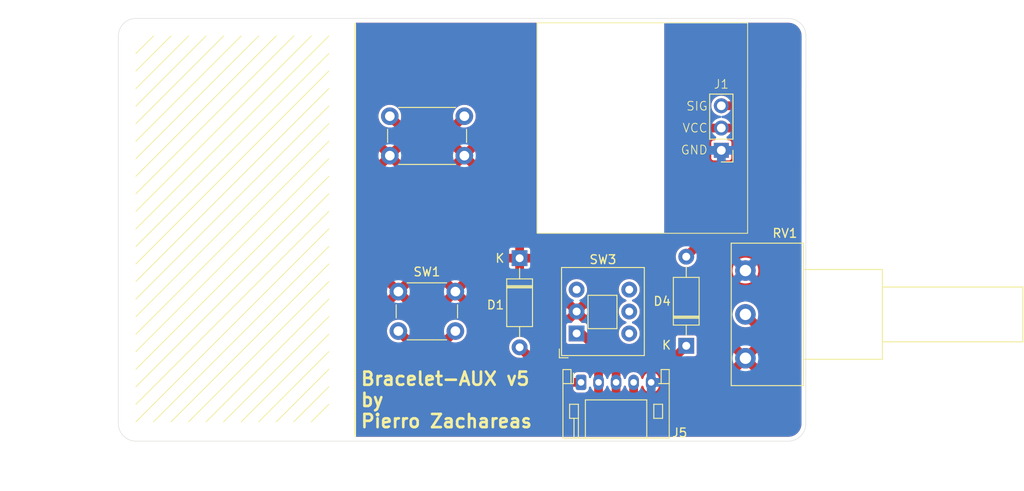
<source format=kicad_pcb>
(kicad_pcb (version 20241229) (generator "pcbnew") (generator_version "9.0")
  (layers (0 "F.Cu" signal) (2 "B.Cu" signal) (13 "F.Paste" user) (15 "B.Paste" user) (5 "F.SilkS" user "F.Silkscreen") (7 "B.SilkS" user "B.Silkscreen") (1 "F.Mask" user) (3 "B.Mask" user) (25 "Edge.Cuts" user))
  (net 0 "")
  (net 1 "AUX_DETECT")
  (net 2 "AUX_ANALOG")
  (net 3 "GND")
  (net 4 "Net-(D1-A)")
  (net 5 "Net-(D4-A)")
  (net 6 "AUX_DIGITAL")
  (footprint "Diode_THT:D_A-405_P10.16mm_Horizontal" (layer "F.Cu") (at 123.75 93.34 -90)
    (property "Reference" "D1" (at 5.33 2.75 180) (layer "F.SilkS"))
    (property "Value" "1N581")
    (fp_line (start 2.36 1.47) (end 7.8 1.47) (stroke (width 0.12)) (layer "F.SilkS"))
    (fp_line (start 7.8 1.47) (end 7.8 -1.47) (stroke (width 0.12)) (layer "F.SilkS"))
    (fp_line (start 1.14 0) (end 2.36 0) (stroke (width 0.12)) (layer "F.SilkS"))
    (fp_line (start 9.02 0) (end 7.8 0) (stroke (width 0.12)) (layer "F.SilkS"))
    (fp_line (start 2.36 -1.47) (end 2.36 1.47) (stroke (width 0.12)) (layer "F.SilkS"))
    (fp_line (start 3.14 -1.47) (end 3.14 1.47) (stroke (width 0.12)) (layer "F.SilkS"))
    (fp_line (start 3.26 -1.47) (end 3.26 1.47) (stroke (width 0.12)) (layer "F.SilkS"))
    (fp_line (start 3.38 -1.47) (end 3.38 1.47) (stroke (width 0.12)) (layer "F.SilkS"))
    (fp_line (start 7.8 -1.47) (end 2.36 -1.47) (stroke (width 0.12)) (layer "F.SilkS"))
    (fp_text user "K" (at 0.01 2.25 180) (layer "F.SilkS"))
    (pad "1" thru_hole rect (at 0 0 270) (size 1.8 1.8) (drill 0.9) (layers "*.Cu" "*.Mask") (net 1 "AUX_DETECT"))
    (pad "2" thru_hole oval (at 10.16 0 270) (size 1.8 1.8) (drill 0.9) (layers "*.Cu" "*.Mask") (net 4 "Net-(D1-A)"))
  )
  (footprint "Button_Membrane_THT:SW_PUSH_8.5mm" (layer "F.Cu") (at 108.95 77.15)
    (property "Reference" "SW2" (hide yes))
    (property "Value" "Membrane" (hide yes))
    (fp_line (start -0.25 1.5) (end -0.25 3) (stroke (width 0.12)) (layer "F.SilkS"))
    (fp_line (start 1 5.5) (end 7.5 5.5) (stroke (width 0.12)) (layer "F.SilkS"))
    (fp_line (start 7.5 -1) (end 1 -1) (stroke (width 0.12)) (layer "F.SilkS"))
    (fp_line (start 8.75 3) (end 8.75 1.5) (stroke (width 0.12)) (layer "F.SilkS"))
    (pad "1" thru_hole circle (at 0 0 90) (size 2 2) (drill 1.1) (layers "*.Cu" "*.Mask") (net 6 "AUX_DIGITAL"))
    (pad "1" thru_hole circle (at 8.5 0 90) (size 2 2) (drill 1.1) (layers "*.Cu" "*.Mask") (net 6 "AUX_DIGITAL"))
    (pad "2" thru_hole circle (at 0 4.5 90) (size 2 2) (drill 1.1) (layers "*.Cu" "*.Mask") (net 1 "AUX_DETECT"))
    (pad "2" thru_hole circle (at 8.5 4.5 90) (size 2 2) (drill 1.1) (layers "*.Cu" "*.Mask") (net 1 "AUX_DETECT"))
  )
  (footprint "Connector_JST:JST_PH_S5B-PH-K_1x05_P2.00mm_Horizontal" (layer "F.Cu") (at 130.75 107.5)
    (property "Reference" "J5" (at 11.25 5.75 0) (layer "F.SilkS"))
    (property "Value" "Conn_01x05_Socket")
    (fp_line (start -2.06 -1.46) (end -2.06 6.36) (stroke (width 0.12)) (layer "F.SilkS"))
    (fp_line (start -2.06 0.14) (end -1.14 0.14) (stroke (width 0.12)) (layer "F.SilkS"))
    (fp_line (start -2.06 6.36) (end 10.06 6.36) (stroke (width 0.12)) (layer "F.SilkS"))
    (fp_line (start -1.3 2.5) (end -1.3 4.1) (stroke (width 0.12)) (layer "F.SilkS"))
    (fp_line (start -1.3 4.1) (end -0.3 4.1) (stroke (width 0.12)) (layer "F.SilkS"))
    (fp_line (start -1.14 -1.46) (end -2.06 -1.46) (stroke (width 0.12)) (layer "F.SilkS"))
    (fp_line (start -1.14 0.14) (end -1.14 -1.46) (stroke (width 0.12)) (layer "F.SilkS"))
    (fp_line (start -0.86 0.14) (end -1.14 0.14) (stroke (width 0.12)) (layer "F.SilkS"))
    (fp_line (start -0.86 0.14) (end -0.86 -1.075) (stroke (width 0.12)) (layer "F.SilkS"))
    (fp_line (start -0.8 4.1) (end -0.8 6.36) (stroke (width 0.12)) (layer "F.SilkS"))
    (fp_line (start -0.3 2.5) (end -1.3 2.5) (stroke (width 0.12)) (layer "F.SilkS"))
    (fp_line (start -0.3 4.1) (end -0.3 2.5) (stroke (width 0.12)) (layer "F.SilkS"))
    (fp_line (start -0.3 4.1) (end -0.3 6.36) (stroke (width 0.12)) (layer "F.SilkS"))
    (fp_line (start 0.5 2) (end 7.5 2) (stroke (width 0.12)) (layer "F.SilkS"))
    (fp_line (start 0.5 6.36) (end 0.5 2) (stroke (width 0.12)) (layer "F.SilkS"))
    (fp_line (start 7.5 2) (end 7.5 6.36) (stroke (width 0.12)) (layer "F.SilkS"))
    (fp_line (start 8.3 2.5) (end 9.3 2.5) (stroke (width 0.12)) (layer "F.SilkS"))
    (fp_line (start 8.3 4.1) (end 8.3 2.5) (stroke (width 0.12)) (layer "F.SilkS"))
    (fp_line (start 9.14 -1.46) (end 9.14 0.14) (stroke (width 0.12)) (layer "F.SilkS"))
    (fp_line (start 9.14 0.14) (end 8.86 0.14) (stroke (width 0.12)) (layer "F.SilkS"))
    (fp_line (start 9.3 2.5) (end 9.3 4.1) (stroke (width 0.12)) (layer "F.SilkS"))
    (fp_line (start 9.3 4.1) (end 8.3 4.1) (stroke (width 0.12)) (layer "F.SilkS"))
    (fp_line (start 10.06 -1.46) (end 9.14 -1.46) (stroke (width 0.12)) (layer "F.SilkS"))
    (fp_line (start 10.06 0.14) (end 9.14 0.14) (stroke (width 0.12)) (layer "F.SilkS"))
    (fp_line (start 10.06 6.36) (end 10.06 -1.46) (stroke (width 0.12)) (layer "F.SilkS"))
    (pad "1" thru_hole roundrect (at 0 0) (size 1.2 1.75) (drill 0.75) (layers "*.Cu" "*.Mask") (roundrect_rratio 0.208333) (net 4 "Net-(D1-A)"))
    (pad "2" thru_hole oval (at 2 0) (size 1.2 1.75) (drill 0.75) (layers "*.Cu" "*.Mask") (net 1 "AUX_DETECT"))
    (pad "3" thru_hole oval (at 4 0) (size 1.2 1.75) (drill 0.75) (layers "*.Cu" "*.Mask") (net 6 "AUX_DIGITAL"))
    (pad "4" thru_hole oval (at 6 0) (size 1.2 1.75) (drill 0.75) (layers "*.Cu" "*.Mask") (net 2 "AUX_ANALOG"))
    (pad "5" thru_hole oval (at 8 0) (size 1.2 1.75) (drill 0.75) (layers "*.Cu" "*.Mask") (net 3 "GND"))
  )
  (footprint "Button_Switch_THT:SW_Push_2P2T_Toggle_CK_PVA2OAH5xxxxxxV2" (layer "F.Cu") (at 130.25 101.9225 90)
    (property "Reference" "SW3" (at 8.4225 3 180) (layer "F.SilkS"))
    (property "Value" "Toggle")
    (fp_line (start -1.77 -1.97) (end -2.77 -1.97) (stroke (width 0.12)) (layer "F.SilkS"))
    (fp_line (start 7.52 -1.72) (end -2.52 -1.72) (stroke (width 0.12)) (layer "F.SilkS"))
    (fp_line (start -2.77 -0.97) (end -2.77 -1.97) (stroke (width 0.12)) (layer "F.SilkS"))
    (fp_line (start 4.35 1.3) (end 0.55 1.3) (stroke (width 0.12)) (layer "F.SilkS"))
    (fp_line (start 4.35 1.3) (end 4.35 4.6) (stroke (width 0.12)) (layer "F.SilkS"))
    (fp_line (start 0.55 1.3) (end 0.55 4.6) (stroke (width 0.12)) (layer "F.SilkS"))
    (fp_line (start 4.35 4.6) (end 0.55 4.6) (stroke (width 0.12)) (layer "F.SilkS"))
    (fp_line (start 7.52 7.72) (end 7.52 -1.72) (stroke (width 0.12)) (layer "F.SilkS"))
    (fp_line (start 7.52 7.72) (end -2.52 7.72) (stroke (width 0.12)) (layer "F.SilkS"))
    (fp_line (start -2.52 7.72) (end -2.52 -1.72) (stroke (width 0.12)) (layer "F.SilkS"))
    (pad "1" thru_hole rect (at 0 0 90) (size 1.8 1.8) (drill 0.9) (layers "*.Cu" "*.Mask") (net 6 "AUX_DIGITAL"))
    (pad "2" thru_hole circle (at 2.5 0 90) (size 1.8 1.8) (drill 0.9) (layers "*.Cu" "*.Mask") (net 1 "AUX_DETECT"))
    (pad "3" thru_hole circle (at 5 0 90) (size 1.8 1.8) (drill 0.9) (layers "*.Cu" "*.Mask"))
    (pad "4" thru_hole circle (at 0 6 90) (size 1.8 1.8) (drill 0.9) (layers "*.Cu" "*.Mask"))
    (pad "5" thru_hole circle (at 2.5 6 90) (size 1.8 1.8) (drill 0.9) (layers "*.Cu" "*.Mask"))
    (pad "6" thru_hole circle (at 5 6 90) (size 1.8 1.8) (drill 0.9) (layers "*.Cu" "*.Mask"))
  )
  (footprint "Diode_THT:D_A-405_P10.16mm_Horizontal" (layer "F.Cu") (at 142.75 103.33 90)
    (property "Reference" "D4" (at 5.08 -2.75 180) (layer "F.SilkS"))
    (property "Value" "1N581")
    (fp_line (start 7.8 -1.47) (end 2.36 -1.47) (stroke (width 0.12)) (layer "F.SilkS"))
    (fp_line (start 3.38 -1.47) (end 3.38 1.47) (stroke (width 0.12)) (layer "F.SilkS"))
    (fp_line (start 3.26 -1.47) (end 3.26 1.47) (stroke (width 0.12)) (layer "F.SilkS"))
    (fp_line (start 3.14 -1.47) (end 3.14 1.47) (stroke (width 0.12)) (layer "F.SilkS"))
    (fp_line (start 2.36 -1.47) (end 2.36 1.47) (stroke (width 0.12)) (layer "F.SilkS"))
    (fp_line (start 9.02 0) (end 7.8 0) (stroke (width 0.12)) (layer "F.SilkS"))
    (fp_line (start 1.14 0) (end 2.36 0) (stroke (width 0.12)) (layer "F.SilkS"))
    (fp_line (start 7.8 1.47) (end 7.8 -1.47) (stroke (width 0.12)) (layer "F.SilkS"))
    (fp_line (start 2.36 1.47) (end 7.8 1.47) (stroke (width 0.12)) (layer "F.SilkS"))
    (fp_text user "K" (at 0.08 -2.25 180) (layer "F.SilkS"))
    (pad "1" thru_hole rect (at 0 0 90) (size 1.8 1.8) (drill 0.9) (layers "*.Cu" "*.Mask") (net 6 "AUX_DIGITAL"))
    (pad "2" thru_hole oval (at 10.16 0 90) (size 1.8 1.8) (drill 0.9) (layers "*.Cu" "*.Mask") (net 5 "Net-(D4-A)"))
  )
  (footprint "Button_Switch_THT:SW_PUSH_6mm" (layer "F.Cu") (at 116.425 101.65 180)
    (property "Reference" "SW1" (at 3.25 6.75 0) (layer "F.SilkS"))
    (property "Value" "Tactile")
    (fp_line (start 6.75 3) (end 6.75 1.5) (stroke (width 0.12)) (layer "F.SilkS"))
    (fp_line (start 5.5 -1) (end 1 -1) (stroke (width 0.12)) (layer "F.SilkS"))
    (fp_line (start 1 5.5) (end 5.5 5.5) (stroke (width 0.12)) (layer "F.SilkS"))
    (fp_line (start -0.25 1.5) (end -0.25 3) (stroke (width 0.12)) (layer "F.SilkS"))
    (pad "1" thru_hole circle (at 0 0 270) (size 2 2) (drill 1.1) (layers "*.Cu" "*.Mask") (net 6 "AUX_DIGITAL"))
    (pad "1" thru_hole circle (at 6.5 0 270) (size 2 2) (drill 1.1) (layers "*.Cu" "*.Mask") (net 6 "AUX_DIGITAL"))
    (pad "2" thru_hole circle (at 0 4.5 270) (size 2 2) (drill 1.1) (layers "*.Cu" "*.Mask") (net 1 "AUX_DETECT"))
    (pad "2" thru_hole circle (at 6.5 4.5 270) (size 2 2) (drill 1.1) (layers "*.Cu" "*.Mask") (net 1 "AUX_DETECT"))
  )
  (footprint "Touch Sensor:PCB" (layer "F.Cu") (at 137.75 78.5 -90)
    (property "Reference" "J1" (at -5 -9 0) (layer "F.SilkS") (effects (font (thickness 0.1))))
    (property "Value" "Conn_01x03")
    (fp_line (start 1.27 -7.67) (end -3.87 -7.67) (stroke (width 0.12)) (layer "F.SilkS"))
    (fp_line (start -3.87 -10.33) (end -3.87 -7.67) (stroke (width 0.12)) (layer "F.SilkS"))
    (fp_line (start 1.27 -10.33) (end 1.27 -7.67) (stroke (width 0.12)) (layer "F.SilkS"))
    (fp_line (start 1.27 -10.33) (end -3.87 -10.33) (stroke (width 0.12)) (layer "F.SilkS"))
    (fp_line (start 2.54 -10.33) (end 3.87 -10.33) (stroke (width 0.12)) (layer "F.SilkS"))
    (fp_line (start 3.87 -10.33) (end 3.87 -9) (stroke (width 0.12)) (layer "F.SilkS"))
    (fp_rect (start -12 -12) (end 12 12) (stroke (width 0.1)) (fill no) (layer "F.SilkS"))
    (fp_text user "SIG" (at -2.5 -7.5 0) (layer "F.SilkS") (effects (font (thickness 0.1)) (justify right)))
    (fp_text user "VCC" (at 0 -7.5 0) (layer "F.SilkS") (effects (font (thickness 0.1)) (justify right)))
    (fp_text user "GND" (at 2.5 -7.5 0) (layer "F.SilkS") (effects (font (thickness 0.1)) (justify right)))
    (pad "1" thru_hole rect (at 2.54 -9 180) (size 1.7 1.7) (drill 1) (layers "*.Cu" "*.Mask") (net 3 "GND"))
    (pad "2" thru_hole oval (at 0 -9 180) (size 1.7 1.7) (drill 1) (layers "*.Cu" "*.Mask") (net 1 "AUX_DETECT"))
    (pad "3" thru_hole oval (at -2.54 -9 180) (size 1.7 1.7) (drill 1) (layers "*.Cu" "*.Mask") (net 5 "Net-(D4-A)"))
    (zone (net 0) (net_name "") (layers "F.Cu" "B.Cu" "F.SilkS") (connect_pads (clearance 0)) (min_thickness 0.25)
      (keepout (tracks not_allowed) (vias not_allowed) (pads not_allowed) (copperpour not_allowed) (footprints allowed))
      (fill (thermal_gap 0.5) (thermal_bridge_width 0.5))
      (polygon (pts (xy 140.25 90.5) (xy 125.75 90.5) (xy 125.75 66.5) (xy 140.25 66.5)))
    )
  )
  (footprint "Potentiometer_THT:Potentiometer_Piher_PC-16_Single_Horizontal" (layer "F.Cu") (at 149.5 104.75)
    (property "Reference" "RV1" (at 4.5 -14.25 0) (layer "F.SilkS"))
    (property "Value" "10K")
    (fp_line (start -1.62 -13.12) (end -1.62 3.12) (stroke (width 0.12)) (layer "F.SilkS"))
    (fp_line (start -1.62 -13.12) (end 6.62 -13.12) (stroke (width 0.12)) (layer "F.SilkS"))
    (fp_line (start -1.62 3.12) (end 6.62 3.12) (stroke (width 0.12)) (layer "F.SilkS"))
    (fp_line (start 6.62 -13.12) (end 6.62 3.12) (stroke (width 0.12)) (layer "F.SilkS"))
    (fp_line (start 6.62 -10.12) (end 6.62 0.12) (stroke (width 0.12)) (layer "F.SilkS"))
    (fp_line (start 6.62 -10.12) (end 15.62 -10.12) (stroke (width 0.12)) (layer "F.SilkS"))
    (fp_line (start 6.62 0.12) (end 15.62 0.12) (stroke (width 0.12)) (layer "F.SilkS"))
    (fp_line (start 15.62 -10.12) (end 15.62 0.12) (stroke (width 0.12)) (layer "F.SilkS"))
    (fp_line (start 15.62 -8.12) (end 15.62 -1.879) (stroke (width 0.12)) (layer "F.SilkS"))
    (fp_line (start 15.62 -8.12) (end 31.62 -8.12) (stroke (width 0.12)) (layer "F.SilkS"))
    (fp_line (start 15.62 -1.879) (end 31.62 -1.879) (stroke (width 0.12)) (layer "F.SilkS"))
    (fp_line (start 31.62 -8.12) (end 31.62 -1.879) (stroke (width 0.12)) (layer "F.SilkS"))
    (pad "1" thru_hole circle (at 0 0) (size 2.34 2.34) (drill 1.3) (layers "*.Cu" "*.Mask") (net 1 "AUX_DETECT"))
    (pad "2" thru_hole circle (at 0 -5) (size 2.34 2.34) (drill 1.3) (layers "*.Cu" "*.Mask") (net 2 "AUX_ANALOG"))
    (pad "3" thru_hole circle (at 0 -10) (size 2.34 2.34) (drill 1.3) (layers "*.Cu" "*.Mask") (net 3 "GND"))
  )
  (gr_line (start 100 112) (end 102 110) (stroke (width 0.1)) (layer "F.SilkS"))
  (gr_line (start 105 113.6) (end 105 66.6) (stroke (width 0.2)) (layer "F.SilkS"))
  (gr_line (start 80 86) (end 98 68) (stroke (width 0.1)) (layer "F.SilkS"))
  (gr_line (start 80 82) (end 94 68) (stroke (width 0.1)) (layer "F.SilkS"))
  (gr_line (start 94 112) (end 102 104) (stroke (width 0.1)) (layer "F.SilkS"))
  (gr_line (start 98 112) (end 102 108) (stroke (width 0.1)) (layer "F.SilkS"))
  (gr_line (start 80 98) (end 102 76) (stroke (width 0.1)) (layer "F.SilkS"))
  (gr_line (start 102 94) (end 84 112) (stroke (width 0.1)) (layer "F.SilkS"))
  (gr_line (start 80 100) (end 102 78) (stroke (width 0.1)) (layer "F.SilkS"))
  (gr_line (start 80 78) (end 90 68) (stroke (width 0.1)) (layer "F.SilkS"))
  (gr_line (start 80 90) (end 102 68) (stroke (width 0.1)) (layer "F.SilkS"))
  (gr_line (start 80 96) (end 102 74) (stroke (width 0.1)) (layer "F.SilkS"))
  (gr_line (start 80 92) (end 102 70) (stroke (width 0.1)) (layer "F.SilkS"))
  (gr_line (start 100 68) (end 80 88) (stroke (width 0.1)) (layer "F.SilkS"))
  (gr_line (start 80 112) (end 102 90) (stroke (width 0.1)) (layer "F.SilkS"))
  (gr_line (start 80 80) (end 92 68) (stroke (width 0.1)) (layer "F.SilkS"))
  (gr_line (start 82 112) (end 102 92) (stroke (width 0.1)) (layer "F.SilkS"))
  (gr_line (start 92 112) (end 102 102) (stroke (width 0.1)) (layer "F.SilkS"))
  (gr_line (start 102 98) (end 88 112) (stroke (width 0.1)) (layer "F.SilkS"))
  (gr_line (start 80 104) (end 102 82) (stroke (width 0.1)) (layer "F.SilkS"))
  (gr_line (start 80 110) (end 102 88) (stroke (width 0.1)) (layer "F.SilkS"))
  (gr_line (start 80 74) (end 86 68) (stroke (width 0.1)) (layer "F.SilkS"))
  (gr_line (start 90 112) (end 102 100) (stroke (width 0.1)) (layer "F.SilkS"))
  (gr_line (start 80 102) (end 102 80) (stroke (width 0.1)) (layer "F.SilkS"))
  (gr_line (start 80 108) (end 102 86) (stroke (width 0.1)) (layer "F.SilkS"))
  (gr_line (start 80 94) (end 102 72) (stroke (width 0.1)) (layer "F.SilkS"))
  (gr_line (start 80 72) (end 84 68) (stroke (width 0.1)) (layer "F.SilkS"))
  (gr_line (start 86 112) (end 102 96) (stroke (width 0.1)) (layer "F.SilkS"))
  (gr_line (start 80 70) (end 82 68) (stroke (width 0.1)) (layer "F.SilkS"))
  (gr_line (start 96 112) (end 102 106) (stroke (width 0.1)) (layer "F.SilkS"))
  (gr_line (start 80 84) (end 96 68) (stroke (width 0.1)) (layer "F.SilkS"))
  (gr_line (start 80 106) (end 102 84) (stroke (width 0.1)) (layer "F.SilkS"))
  (gr_line (start 80 76) (end 88 68) (stroke (width 0.1)) (layer "F.SilkS"))
  (gr_line (start 80 66) (end 154.4 66) (stroke (width 0.05)) (layer "Edge.Cuts"))
  (gr_line (start 156.385786 112.2) (end 156.4 68) (stroke (width 0.05)) (layer "Edge.Cuts"))
  (gr_arc (start 80 114.2) (mid 78.585786 113.614214) (end 78 112.2) (stroke (width 0.05)) (layer "Edge.Cuts"))
  (gr_arc (start 154.4 66) (mid 155.814214 66.585786) (end 156.4 68) (stroke (width 0.05)) (layer "Edge.Cuts"))
  (gr_line (start 78 112.2) (end 78 68) (stroke (width 0.05)) (layer "Edge.Cuts"))
  (gr_arc (start 156.385786 112.2) (mid 155.8 113.614214) (end 154.385786 114.2) (stroke (width 0.05)) (layer "Edge.Cuts"))
  (gr_arc (start 78 68) (mid 78.585786 66.585786) (end 80 66) (stroke (width 0.05)) (layer "Edge.Cuts"))
  (gr_line (start 80 114.2) (end 154.385786 114.199985) (stroke (width 0.05)) (layer "Edge.Cuts"))
  (gr_text "Bracelet-AUX v5\nby\nPierro Zachareas" (at 105.5 112.8 0) (layer "F.SilkS") (effects (font (size 1.5 1.5) (thickness 0.3) (bold yes)) (justify left bottom)))
  (segment (start 149.5 111.5) (end 153 108) (width 1) (layer "F.Cu") (net 2))
  (segment (start 136.75 110) (end 138.25 111.5) (width 1) (layer "F.Cu") (net 2))
  (segment (start 138.25 111.5) (end 149.5 111.5) (width 1) (layer "F.Cu") (net 2))
  (segment (start 153 108) (end 153 103.25) (width 1) (layer "F.Cu") (net 2))
  (segment (start 153 103.25) (end 149.5 99.75) (width 1) (layer "F.Cu") (net 2))
  (segment (start 136.75 107.5) (end 136.75 110) (width 1) (layer "F.Cu") (net 2))
  (segment (start 127.75 107.5) (end 123.75 103.5) (width 1) (layer "F.Cu") (net 4))
  (segment (start 130.75 107.5) (end 127.75 107.5) (width 1) (layer "F.Cu") (net 4))
  (segment (start 148.21 75.96) (end 146.75 75.96) (width 1) (layer "F.Cu") (net 5))
  (segment (start 150.75 85.17) (end 150.75 84) (width 1) (layer "F.Cu") (net 5))
  (segment (start 150.75 78.5) (end 148.21 75.96) (width 1) (layer "F.Cu") (net 5))
  (segment (start 142.75 93.17) (end 150.75 85.17) (width 1) (layer "F.Cu") (net 5))
  (segment (start 150.75 84) (end 150.75 78.5) (width 1) (layer "F.Cu") (net 5))
  (segment (start 141.33 104.75) (end 142.75 103.33) (width 1) (layer "F.Cu") (net 6))
  (segment (start 130.25 101.9225) (end 130.7975 101.9225) (width 1) (layer "F.Cu") (net 6))
  (segment (start 134.75 105.875) (end 135.875 104.75) (width 1) (layer "F.Cu") (net 6))
  (segment (start 117.45 77.15) (end 113.2 81.4) (width 1) (layer "F.Cu") (net 6))
  (segment (start 113.2 104.925) (end 113.2 104.875) (width 1) (layer "F.Cu") (net 6))
  (segment (start 113.2 105) (end 113.2 106.95) (width 1) (layer "F.Cu") (net 6))
  (segment (start 113.2 106.95) (end 117.75 111.5) (width 1) (layer "F.Cu") (net 6))
  (segment (start 134.75 109.75) (end 134.75 107.5) (width 1) (layer "F.Cu") (net 6))
  (segment (start 113.2 104.875) (end 116.425 101.65) (width 1) (layer "F.Cu") (net 6))
  (segment (start 135.875 104.75) (end 141.33 104.75) (width 1) (layer "F.Cu") (net 6))
  (segment (start 109.925 101.65) (end 109.85 101.65) (width 1) (layer "F.Cu") (net 6))
  (segment (start 134.75 107.5) (end 134.75 105.875) (width 1) (layer "F.Cu") (net 6))
  (segment (start 133 111.5) (end 134.75 109.75) (width 1) (layer "F.Cu") (net 6))
  (segment (start 113.2 81.4) (end 113.2 105) (width 1) (layer "F.Cu") (net 6))
  (segment (start 113.2 104.925) (end 109.925 101.65) (width 1) (layer "F.Cu") (net 6))
  (segment (start 108.95 77.15) (end 113.2 81.4) (width 1) (layer "F.Cu") (net 6))
  (segment (start 113.2 105) (end 113.2 104.925) (width 1) (layer "F.Cu") (net 6))
  (segment (start 130.7975 101.9225) (end 134.75 105.875) (width 1) (layer "F.Cu") (net 6))
  (segment (start 117.75 111.5) (end 133 111.5) (width 1) (layer "F.Cu") (net 6))
  (zone (net 1) (net_name "AUX_DETECT") (layer "F.Cu") (priority 1) (connect_pads (clearance 0)) (min_thickness 0.25) (fill yes (thermal_gap 0.5) (thermal_bridge_width 1))
    (polygon (pts (xy 64.5 63.9) (xy 160.5 63.9) (xy 160.5 119.9) (xy 64.5 119.9)))
  )
  (zone (net 0) (net_name "") (layers "F.Cu" "B.Cu") (connect_pads (clearance 0)) (min_thickness 0.25)
    (keepout (tracks not_allowed) (vias not_allowed) (pads not_allowed) (copperpour not_allowed) (footprints allowed))
    (fill (thermal_gap 0.5) (thermal_bridge_width 1))
    (polygon (pts (xy 105 65.7) (xy 105 114.2) (xy 104 114.2) (xy 104 65.7)))
  )
  (zone (net 3) (net_name "GND") (layer "B.Cu") (connect_pads (clearance 0)) (min_thickness 0.25) (fill yes (thermal_gap 0.5) (thermal_bridge_width 1))
    (polygon (pts (xy 65 64.4) (xy 160 64.4) (xy 160 119.4) (xy 65 119.4)))
  )
)
</source>
